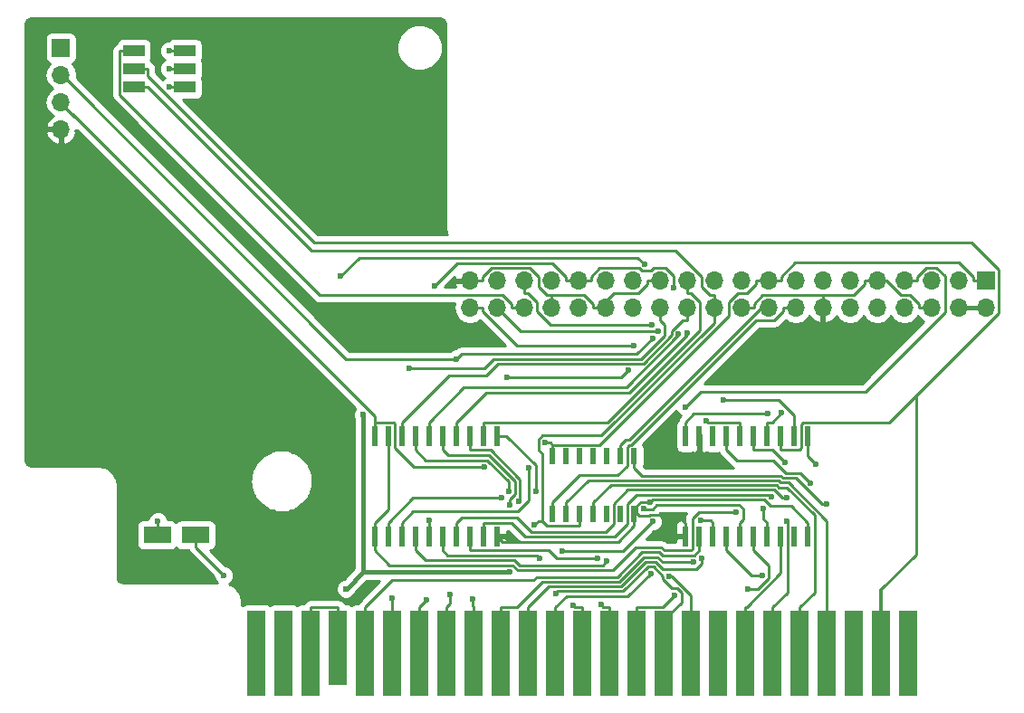
<source format=gbr>
G04 #@! TF.FileFunction,Copper,L1,Top,Mixed*
%FSLAX46Y46*%
G04 Gerber Fmt 4.6, Leading zero omitted, Abs format (unit mm)*
G04 Created by KiCad (PCBNEW 4.0.7) date 01/15/20 01:12:04*
%MOMM*%
%LPD*%
G01*
G04 APERTURE LIST*
%ADD10C,0.100000*%
%ADD11R,2.600000X1.600000*%
%ADD12R,2.000000X1.100000*%
%ADD13R,0.600000X1.950000*%
%ADD14R,0.600000X1.500000*%
%ADD15R,1.700000X1.700000*%
%ADD16O,1.700000X1.700000*%
%ADD17R,1.800000X8.000000*%
%ADD18R,1.800000X7.000000*%
%ADD19C,0.600000*%
%ADD20C,0.250000*%
%ADD21C,0.400000*%
%ADD22C,0.254000*%
G04 APERTURE END LIST*
D10*
D11*
X117707000Y-98742500D03*
X121307000Y-98742500D03*
D12*
X115520000Y-53418000D03*
X115520000Y-55118000D03*
X115520000Y-56818000D03*
X120320000Y-56818000D03*
X120320000Y-55118000D03*
X120320000Y-53418000D03*
D13*
X138049000Y-98871500D03*
X139319000Y-98871500D03*
X140589000Y-98871500D03*
X141859000Y-98871500D03*
X143129000Y-98871500D03*
X144399000Y-98871500D03*
X145669000Y-98871500D03*
X146939000Y-98871500D03*
X148209000Y-98871500D03*
X149479000Y-98871500D03*
X149479000Y-89471500D03*
X148209000Y-89471500D03*
X146939000Y-89471500D03*
X145669000Y-89471500D03*
X144399000Y-89471500D03*
X143129000Y-89471500D03*
X141859000Y-89471500D03*
X140589000Y-89471500D03*
X139319000Y-89471500D03*
X138049000Y-89471500D03*
D14*
X154686000Y-96776500D03*
X155956000Y-96776500D03*
X157226000Y-96776500D03*
X158496000Y-96776500D03*
X159766000Y-96776500D03*
X161036000Y-96776500D03*
X162306000Y-96776500D03*
X162306000Y-91376500D03*
X161036000Y-91376500D03*
X159766000Y-91376500D03*
X158496000Y-91376500D03*
X157226000Y-91376500D03*
X155956000Y-91376500D03*
X154686000Y-91376500D03*
D13*
X167132000Y-98871500D03*
X168402000Y-98871500D03*
X169672000Y-98871500D03*
X170942000Y-98871500D03*
X172212000Y-98871500D03*
X173482000Y-98871500D03*
X174752000Y-98871500D03*
X176022000Y-98871500D03*
X177292000Y-98871500D03*
X178562000Y-98871500D03*
X178562000Y-89471500D03*
X177292000Y-89471500D03*
X176022000Y-89471500D03*
X174752000Y-89471500D03*
X173482000Y-89471500D03*
X172212000Y-89471500D03*
X170942000Y-89471500D03*
X169672000Y-89471500D03*
X168402000Y-89471500D03*
X167132000Y-89471500D03*
D15*
X195199000Y-74930000D03*
D16*
X195199000Y-77470000D03*
X192659000Y-74930000D03*
X192659000Y-77470000D03*
X190119000Y-74930000D03*
X190119000Y-77470000D03*
X187579000Y-74930000D03*
X187579000Y-77470000D03*
X185039000Y-74930000D03*
X185039000Y-77470000D03*
X182499000Y-74930000D03*
X182499000Y-77470000D03*
X179959000Y-74930000D03*
X179959000Y-77470000D03*
X177419000Y-74930000D03*
X177419000Y-77470000D03*
X174879000Y-74930000D03*
X174879000Y-77470000D03*
X172339000Y-74930000D03*
X172339000Y-77470000D03*
X169799000Y-74930000D03*
X169799000Y-77470000D03*
X167259000Y-74930000D03*
X167259000Y-77470000D03*
X164719000Y-74930000D03*
X164719000Y-77470000D03*
X162179000Y-74930000D03*
X162179000Y-77470000D03*
X159639000Y-74930000D03*
X159639000Y-77470000D03*
X157099000Y-74930000D03*
X157099000Y-77470000D03*
X154559000Y-74930000D03*
X154559000Y-77470000D03*
X152019000Y-74930000D03*
X152019000Y-77470000D03*
X149479000Y-74930000D03*
X149479000Y-77470000D03*
X146939000Y-74930000D03*
X146939000Y-77470000D03*
D17*
X187972840Y-109799440D03*
X185432840Y-109799440D03*
X182892840Y-109799440D03*
X180352840Y-109799440D03*
X177812840Y-109799440D03*
X175272840Y-109799440D03*
X172732840Y-109799440D03*
X170192840Y-109799440D03*
X167652840Y-109799440D03*
X165112840Y-109799440D03*
X162572840Y-109799440D03*
X160032840Y-109799440D03*
X157492840Y-109799440D03*
X154952840Y-109799440D03*
X152412840Y-109799440D03*
X149872840Y-109799440D03*
X147332840Y-109799440D03*
X144792840Y-109799440D03*
X142252840Y-109799440D03*
X139712840Y-109799440D03*
X137172840Y-109799440D03*
D18*
X134627760Y-109306680D03*
D17*
X132092840Y-109799440D03*
X129552840Y-109799440D03*
X127012840Y-109799440D03*
D15*
X108712000Y-53149500D03*
D16*
X108712000Y-55689500D03*
X108712000Y-58229500D03*
X108712000Y-60769500D03*
D19*
X163762400Y-92026300D03*
X163762400Y-95683500D03*
X135358900Y-103769000D03*
X136977800Y-87458300D03*
X150716100Y-102209500D03*
X145724600Y-82242900D03*
X164022500Y-80324200D03*
X167147800Y-86735200D03*
X165971100Y-75587800D03*
X143615900Y-75399300D03*
X141279000Y-83117500D03*
X161798400Y-83318500D03*
X150414400Y-83991900D03*
X180298800Y-95840800D03*
X178788200Y-93860400D03*
X176428100Y-91931300D03*
X176576100Y-97414200D03*
X172962400Y-103779400D03*
X179312900Y-92132900D03*
X159727800Y-101194000D03*
X165615200Y-102588200D03*
X153097900Y-94667300D03*
X158927500Y-100914300D03*
X154965100Y-104191400D03*
X153466200Y-100885600D03*
X166113800Y-104345800D03*
X150575000Y-94667300D03*
X159224900Y-105269600D03*
X149920700Y-95279100D03*
X151518000Y-95567900D03*
X156573100Y-105290400D03*
X150694200Y-95918000D03*
X155604200Y-100221500D03*
X164034200Y-97471300D03*
X163853500Y-102312100D03*
X168657200Y-100903400D03*
X167860000Y-101254100D03*
X147212800Y-104707900D03*
X145099500Y-104274300D03*
X142886600Y-104843100D03*
X139637400Y-104602100D03*
X148274300Y-92357900D03*
X153981200Y-90063300D03*
X174840400Y-87399100D03*
X175133500Y-95154300D03*
X152470200Y-92459800D03*
X143129000Y-97316800D03*
X176596800Y-95249500D03*
X174260000Y-102479500D03*
X174402700Y-96290600D03*
X163261300Y-73366300D03*
X134873800Y-74516200D03*
X176102100Y-87264700D03*
X164011000Y-79073500D03*
X168519700Y-97348400D03*
X163209700Y-96263900D03*
X123943800Y-102504600D03*
X118815800Y-56818000D03*
X118807100Y-55118000D03*
X118817300Y-53418000D03*
X152997000Y-97817900D03*
X162287800Y-81044500D03*
X169083400Y-88041900D03*
X171888600Y-96553300D03*
X117774400Y-97428600D03*
X167266200Y-79866600D03*
X166465800Y-79898700D03*
X164529200Y-79698900D03*
X170658300Y-86111300D03*
D20*
X190119000Y-77470000D02*
X188943700Y-77470000D01*
X185039000Y-74930000D02*
X185916700Y-74930000D01*
X187281400Y-76294700D02*
X185916700Y-74930000D01*
X188135800Y-76294700D02*
X187281400Y-76294700D01*
X188943700Y-77102600D02*
X188135800Y-76294700D01*
X188943700Y-77470000D02*
X188943700Y-77102600D01*
X167132000Y-98871500D02*
X167132000Y-97571200D01*
X168402000Y-89471500D02*
X168402000Y-90771800D01*
X178562000Y-98871500D02*
X178562000Y-97571200D01*
X167147500Y-92026300D02*
X163762400Y-92026300D01*
X168402000Y-90771800D02*
X167147500Y-92026300D01*
X166369700Y-96808900D02*
X167132000Y-97571200D01*
X163812000Y-96808900D02*
X166369700Y-96808900D01*
X163718200Y-96902700D02*
X163812000Y-96808900D01*
X162762200Y-96902700D02*
X163718200Y-96902700D01*
X162574600Y-96715100D02*
X162762200Y-96902700D01*
X163717500Y-95638600D02*
X163762400Y-95683500D01*
X162919500Y-95638600D02*
X163717500Y-95638600D01*
X162574600Y-95983500D02*
X162919500Y-95638600D01*
X162574600Y-96715100D02*
X162574600Y-95983500D01*
X177020600Y-96029800D02*
X178562000Y-97571200D01*
X175087100Y-96029800D02*
X177020600Y-96029800D01*
X174477500Y-95420200D02*
X175087100Y-96029800D01*
X164025700Y-95420200D02*
X174477500Y-95420200D01*
X163762400Y-95683500D02*
X164025700Y-95420200D01*
X162513200Y-96776500D02*
X162574600Y-96715100D01*
X162306000Y-96776500D02*
X162513200Y-96776500D01*
X162306000Y-96776500D02*
X162306000Y-97851800D01*
X154191600Y-76294700D02*
X154559000Y-76294700D01*
X153383700Y-75486800D02*
X154191600Y-76294700D01*
X153383700Y-74555600D02*
X153383700Y-75486800D01*
X152552000Y-73723900D02*
X153383700Y-74555600D01*
X148953100Y-73723900D02*
X152552000Y-73723900D01*
X148114300Y-74562700D02*
X148953100Y-73723900D01*
X148114300Y-74930000D02*
X148114300Y-74562700D01*
X146939000Y-74930000D02*
X148114300Y-74930000D01*
X154559000Y-77470000D02*
X154559000Y-76407300D01*
X154559000Y-76407300D02*
X154559000Y-76294700D01*
X158463700Y-77102600D02*
X158463700Y-77470000D01*
X157655800Y-76294700D02*
X158463700Y-77102600D01*
X154559000Y-76294700D02*
X157655800Y-76294700D01*
X159639000Y-77470000D02*
X159051400Y-77470000D01*
X159051400Y-77470000D02*
X158463700Y-77470000D01*
X163543700Y-75297400D02*
X163543700Y-74930000D01*
X162735800Y-76105300D02*
X163543700Y-75297400D01*
X160416100Y-76105300D02*
X162735800Y-76105300D01*
X159051400Y-77470000D02*
X160416100Y-76105300D01*
X164719000Y-74930000D02*
X163543700Y-74930000D01*
X149963500Y-99356000D02*
X149479000Y-98871500D01*
X160801800Y-99356000D02*
X149963500Y-99356000D01*
X162306000Y-97851800D02*
X160801800Y-99356000D01*
X185039000Y-74930000D02*
X183863700Y-74930000D01*
X172339000Y-77470000D02*
X173514300Y-77470000D01*
X179959000Y-77470000D02*
X179959000Y-76294700D01*
X183863700Y-75297400D02*
X183863700Y-74930000D01*
X182866400Y-76294700D02*
X183863700Y-75297400D01*
X179959000Y-76294700D02*
X182866400Y-76294700D01*
X174322300Y-76294700D02*
X179959000Y-76294700D01*
X173514300Y-77102700D02*
X174322300Y-76294700D01*
X173514300Y-77470000D02*
X173514300Y-77102700D01*
D21*
X192659000Y-77470000D02*
X193909300Y-77470000D01*
X195199000Y-77470000D02*
X193909300Y-77470000D01*
X136977800Y-102209500D02*
X150716100Y-102209500D01*
X136977800Y-87458300D02*
X136977800Y-102209500D01*
X135418300Y-103769000D02*
X135358900Y-103769000D01*
X136977800Y-102209500D02*
X135418300Y-103769000D01*
D20*
X135361200Y-82242900D02*
X145724600Y-82242900D01*
X108744300Y-55626000D02*
X135361200Y-82242900D01*
X162554200Y-81792500D02*
X164022500Y-80324200D01*
X146175000Y-81792500D02*
X162554200Y-81792500D01*
X145724600Y-82242900D02*
X146175000Y-81792500D01*
X168546900Y-85336100D02*
X167147800Y-86735200D01*
X183919800Y-85336100D02*
X168546900Y-85336100D01*
X191389000Y-77866900D02*
X183919800Y-85336100D01*
X191389000Y-74493100D02*
X191389000Y-77866900D01*
X190595500Y-73699600D02*
X191389000Y-74493100D01*
X189617400Y-73699600D02*
X190595500Y-73699600D01*
X188754300Y-74562700D02*
X189617400Y-73699600D01*
X188754300Y-74930000D02*
X188754300Y-74562700D01*
X187579000Y-74930000D02*
X188754300Y-74930000D01*
X157686700Y-74930000D02*
X158274300Y-74930000D01*
X157099000Y-74930000D02*
X157686700Y-74930000D01*
X157099000Y-74930000D02*
X155923700Y-74930000D01*
X165971100Y-74491400D02*
X165971100Y-75587800D01*
X165234400Y-73754700D02*
X165971100Y-74491400D01*
X164100600Y-73754700D02*
X165234400Y-73754700D01*
X163863700Y-73991600D02*
X164100600Y-73754700D01*
X163002300Y-73991600D02*
X163863700Y-73991600D01*
X162765400Y-73754700D02*
X163002300Y-73991600D01*
X159082300Y-73754700D02*
X162765400Y-73754700D01*
X158274300Y-74562700D02*
X159082300Y-73754700D01*
X158274300Y-74930000D02*
X158274300Y-74562700D01*
X155923700Y-74562700D02*
X155923700Y-74930000D01*
X154633600Y-73272600D02*
X155923700Y-74562700D01*
X145742600Y-73272600D02*
X154633600Y-73272600D01*
X143615900Y-75399300D02*
X145742600Y-73272600D01*
X164719000Y-77470000D02*
X164719000Y-78645300D01*
X148298200Y-83117500D02*
X141279000Y-83117500D01*
X149172800Y-82242900D02*
X148298200Y-83117500D01*
X162988200Y-82242900D02*
X149172800Y-82242900D01*
X165154500Y-80076600D02*
X162988200Y-82242900D01*
X165154500Y-79080800D02*
X165154500Y-80076600D01*
X164719000Y-78645300D02*
X165154500Y-79080800D01*
X161125000Y-83991900D02*
X150414400Y-83991900D01*
X161798400Y-83318500D02*
X161125000Y-83991900D01*
X162306000Y-91376500D02*
X162306000Y-92451800D01*
X179884300Y-95840800D02*
X180298800Y-95840800D01*
X177433600Y-93390100D02*
X179884300Y-95840800D01*
X176224500Y-93390100D02*
X177433600Y-93390100D01*
X175999300Y-93164900D02*
X176224500Y-93390100D01*
X163019100Y-93164900D02*
X175999300Y-93164900D01*
X162306000Y-92451800D02*
X163019100Y-93164900D01*
X180352800Y-109799400D02*
X180352800Y-105474100D01*
X155956000Y-96776500D02*
X155956000Y-95701200D01*
X180352800Y-97399800D02*
X180352800Y-105474100D01*
X176793400Y-93840400D02*
X180352800Y-97399800D01*
X176037900Y-93840400D02*
X176793400Y-93840400D01*
X175812700Y-93615200D02*
X176037900Y-93840400D01*
X158042000Y-93615200D02*
X175812700Y-93615200D01*
X155956000Y-95701200D02*
X158042000Y-93615200D01*
X177812800Y-109799400D02*
X177812800Y-105474100D01*
X158496000Y-96776500D02*
X158496000Y-95701200D01*
X179187900Y-104099000D02*
X177812800Y-105474100D01*
X179187900Y-96871800D02*
X179187900Y-104099000D01*
X176606800Y-94290700D02*
X179187900Y-96871800D01*
X175851300Y-94290700D02*
X176606800Y-94290700D01*
X175626100Y-94065500D02*
X175851300Y-94290700D01*
X160131700Y-94065500D02*
X175626100Y-94065500D01*
X158496000Y-95701200D02*
X160131700Y-94065500D01*
X170942000Y-89471500D02*
X170942000Y-90771800D01*
X171913400Y-91743200D02*
X170942000Y-90771800D01*
X175327200Y-91743200D02*
X171913400Y-91743200D01*
X176523800Y-92939800D02*
X175327200Y-91743200D01*
X177867600Y-92939800D02*
X176523800Y-92939800D01*
X178788200Y-93860400D02*
X177867600Y-92939800D01*
X175272800Y-109799400D02*
X175272800Y-105474100D01*
X173482000Y-89471500D02*
X173482000Y-90771800D01*
X176647400Y-97485500D02*
X176576100Y-97414200D01*
X176647400Y-104099500D02*
X176647400Y-97485500D01*
X175272800Y-105474100D02*
X176647400Y-104099500D01*
X175268600Y-90771800D02*
X176428100Y-91931300D01*
X173482000Y-90771800D02*
X175268600Y-90771800D01*
X173482000Y-98871500D02*
X173482000Y-100171800D01*
X173865300Y-103779400D02*
X172962400Y-103779400D01*
X174885500Y-102759200D02*
X173865300Y-103779400D01*
X174885500Y-101575300D02*
X174885500Y-102759200D01*
X173482000Y-100171800D02*
X174885500Y-101575300D01*
X176022000Y-102287700D02*
X176022000Y-98871500D01*
X172835600Y-105474100D02*
X176022000Y-102287700D01*
X172732800Y-105474100D02*
X172835600Y-105474100D01*
X172732800Y-109799400D02*
X172732800Y-105474100D01*
X178562000Y-91382000D02*
X179312900Y-92132900D01*
X178562000Y-89471500D02*
X178562000Y-91382000D01*
X141859000Y-98871500D02*
X141859000Y-100171800D01*
X142788500Y-101101300D02*
X141859000Y-100171800D01*
X151129200Y-101101300D02*
X142788500Y-101101300D01*
X151589800Y-101561900D02*
X151129200Y-101101300D01*
X159359900Y-101561900D02*
X151589800Y-101561900D01*
X159727800Y-101194000D02*
X159359900Y-101561900D01*
X165877500Y-102588200D02*
X165615200Y-102588200D01*
X167652800Y-104363500D02*
X165877500Y-102588200D01*
X167652800Y-109799400D02*
X167652800Y-104363500D01*
X153097900Y-92192400D02*
X153097900Y-94667300D01*
X150377000Y-89471500D02*
X153097900Y-92192400D01*
X149479000Y-89471500D02*
X150377000Y-89471500D01*
X146939000Y-98871500D02*
X146939000Y-100171800D01*
X155041000Y-100914300D02*
X158927500Y-100914300D01*
X154298500Y-100171800D02*
X155041000Y-100914300D01*
X146939000Y-100171800D02*
X154298500Y-100171800D01*
X144399000Y-98871500D02*
X144399000Y-100171800D01*
X155157500Y-103999000D02*
X154965100Y-104191400D01*
X161282300Y-103999000D02*
X155157500Y-103999000D01*
X163594500Y-101686800D02*
X161282300Y-103999000D01*
X164112600Y-101686800D02*
X163594500Y-101686800D01*
X164989800Y-102564000D02*
X164112600Y-101686800D01*
X164989800Y-102873000D02*
X164989800Y-102564000D01*
X165796000Y-103679200D02*
X164989800Y-102873000D01*
X166331600Y-103679200D02*
X165796000Y-103679200D01*
X166739100Y-104086700D02*
X166331600Y-103679200D01*
X166739100Y-105075200D02*
X166739100Y-104086700D01*
X165112800Y-106701500D02*
X166739100Y-105075200D01*
X165112800Y-109799400D02*
X165112800Y-106701500D01*
X144878200Y-100651000D02*
X144399000Y-100171800D01*
X153231600Y-100651000D02*
X144878200Y-100651000D01*
X153466200Y-100885600D02*
X153231600Y-100651000D01*
X162572800Y-109799400D02*
X162572800Y-105474100D01*
X164985500Y-105474100D02*
X166113800Y-104345800D01*
X162572800Y-105474100D02*
X164985500Y-105474100D01*
X141859000Y-89471500D02*
X141859000Y-90771800D01*
X150575000Y-93725300D02*
X150575000Y-94667300D01*
X148582300Y-91732600D02*
X150575000Y-93725300D01*
X142819800Y-91732600D02*
X148582300Y-91732600D01*
X141859000Y-90771800D02*
X142819800Y-91732600D01*
X139319000Y-98871500D02*
X139319000Y-97571200D01*
X160032800Y-109799400D02*
X160032800Y-105474100D01*
X159429400Y-105474100D02*
X159224900Y-105269600D01*
X160032800Y-105474100D02*
X159429400Y-105474100D01*
X141611100Y-95279100D02*
X149920700Y-95279100D01*
X139319000Y-97571200D02*
X141611100Y-95279100D01*
X146939000Y-89471500D02*
X146939000Y-90771800D01*
X151650600Y-95435300D02*
X151518000Y-95567900D01*
X151650600Y-93525200D02*
X151650600Y-95435300D01*
X148897200Y-90771800D02*
X151650600Y-93525200D01*
X146939000Y-90771800D02*
X148897200Y-90771800D01*
X144399000Y-89471500D02*
X144399000Y-90771800D01*
X157492800Y-109799400D02*
X157492800Y-105474100D01*
X156756800Y-105474100D02*
X156573100Y-105290400D01*
X157492800Y-105474100D02*
X156756800Y-105474100D01*
X150694200Y-95432500D02*
X150694200Y-95918000D01*
X151200300Y-94926400D02*
X150694200Y-95432500D01*
X151200300Y-93711800D02*
X151200300Y-94926400D01*
X148770800Y-91282300D02*
X151200300Y-93711800D01*
X144909500Y-91282300D02*
X148770800Y-91282300D01*
X144399000Y-90771800D02*
X144909500Y-91282300D01*
X161284000Y-100221500D02*
X155604200Y-100221500D01*
X164034200Y-97471300D02*
X161284000Y-100221500D01*
X155977500Y-104449400D02*
X154952800Y-105474100D01*
X161716200Y-104449400D02*
X155977500Y-104449400D01*
X163853500Y-102312100D02*
X161716200Y-104449400D01*
X154952800Y-109799400D02*
X154952800Y-105474100D01*
X152412800Y-109799400D02*
X152412800Y-105474100D01*
X154338200Y-103548700D02*
X152412800Y-105474100D01*
X161095700Y-103548700D02*
X154338200Y-103548700D01*
X163407900Y-101236500D02*
X161095700Y-103548700D01*
X164299200Y-101236500D02*
X163407900Y-101236500D01*
X164989600Y-101926900D02*
X164299200Y-101236500D01*
X168119400Y-101926900D02*
X164989600Y-101926900D01*
X168657200Y-101389100D02*
X168119400Y-101926900D01*
X168657200Y-100903400D02*
X168657200Y-101389100D01*
X149872800Y-109799400D02*
X149872800Y-105474100D01*
X151322300Y-105474100D02*
X149872800Y-105474100D01*
X153698000Y-103098400D02*
X151322300Y-105474100D01*
X160909100Y-103098400D02*
X153698000Y-103098400D01*
X163221300Y-100786200D02*
X160909100Y-103098400D01*
X164485800Y-100786200D02*
X163221300Y-100786200D01*
X164953700Y-101254100D02*
X164485800Y-100786200D01*
X167860000Y-101254100D02*
X164953700Y-101254100D01*
X147332800Y-109799400D02*
X147332800Y-105474100D01*
X147212800Y-105354100D02*
X147212800Y-104707900D01*
X147332800Y-105474100D02*
X147212800Y-105354100D01*
X144792800Y-109799400D02*
X144792800Y-105474100D01*
X145099500Y-105167400D02*
X145099500Y-104274300D01*
X144792800Y-105474100D02*
X145099500Y-105167400D01*
X142252800Y-109799400D02*
X142252800Y-105474100D01*
X142255600Y-105474100D02*
X142886600Y-104843100D01*
X142252800Y-105474100D02*
X142255600Y-105474100D01*
X139712800Y-104677500D02*
X139637400Y-104602100D01*
X139712800Y-109799400D02*
X139712800Y-104677500D01*
X137172800Y-109799400D02*
X137172800Y-105474100D01*
X168402000Y-98871500D02*
X168402000Y-100171800D01*
X139680600Y-102966300D02*
X137172800Y-105474100D01*
X152875000Y-102966300D02*
X139680600Y-102966300D01*
X153193300Y-102648000D02*
X152875000Y-102966300D01*
X160722600Y-102648000D02*
X153193300Y-102648000D01*
X163034700Y-100335900D02*
X160722600Y-102648000D01*
X164672400Y-100335900D02*
X163034700Y-100335900D01*
X164965200Y-100628700D02*
X164672400Y-100335900D01*
X167945100Y-100628700D02*
X164965200Y-100628700D01*
X168402000Y-100171800D02*
X167945100Y-100628700D01*
X108712000Y-58229500D02*
X108712000Y-58356500D01*
X108712000Y-58356500D02*
X109918500Y-59563000D01*
X109918500Y-59563000D02*
X109918500Y-59514600D01*
X138049000Y-89471500D02*
X138049000Y-88283800D01*
X195199000Y-74930000D02*
X194023700Y-74930000D01*
X194023700Y-74562700D02*
X194023700Y-74930000D01*
X192710200Y-73249200D02*
X194023700Y-74562700D01*
X177367700Y-73249200D02*
X192710200Y-73249200D01*
X176054300Y-74562600D02*
X177367700Y-73249200D01*
X176054300Y-74930000D02*
X176054300Y-74562600D01*
X175466700Y-74930000D02*
X176054300Y-74930000D01*
X175466700Y-74930000D02*
X174879000Y-74930000D01*
X141715400Y-92357900D02*
X148274300Y-92357900D01*
X139944400Y-90586900D02*
X141715400Y-92357900D01*
X139944400Y-88289500D02*
X139944400Y-90586900D01*
X139826000Y-88171100D02*
X139944400Y-88289500D01*
X138049000Y-88171100D02*
X139826000Y-88171100D01*
X138049000Y-88283800D02*
X138049000Y-88171100D01*
X138049000Y-87645100D02*
X109918500Y-59514600D01*
X109918500Y-59514600D02*
X109745200Y-59341300D01*
X138049000Y-88171100D02*
X138049000Y-87645100D01*
X154686000Y-91376500D02*
X154686000Y-90413800D01*
X174879000Y-74930000D02*
X173703700Y-74930000D01*
X154448200Y-90063300D02*
X154686000Y-90301100D01*
X153981200Y-90063300D02*
X154448200Y-90063300D01*
X154686000Y-90413800D02*
X154686000Y-90301100D01*
X159051200Y-90301100D02*
X154686000Y-90301100D01*
X171163600Y-78188700D02*
X159051200Y-90301100D01*
X171163600Y-76980600D02*
X171163600Y-78188700D01*
X172038900Y-76105300D02*
X171163600Y-76980600D01*
X172895800Y-76105300D02*
X172038900Y-76105300D01*
X173703700Y-75297400D02*
X172895800Y-76105300D01*
X173703700Y-74930000D02*
X173703700Y-75297400D01*
X167132000Y-89471500D02*
X167132000Y-88171200D01*
X167904100Y-87399100D02*
X174840400Y-87399100D01*
X167132000Y-88171200D02*
X167904100Y-87399100D01*
X167259000Y-77470000D02*
X167259000Y-78645300D01*
X140589000Y-89471500D02*
X140589000Y-88171200D01*
X166829700Y-78645300D02*
X167259000Y-78645300D01*
X165840500Y-79634500D02*
X166829700Y-78645300D01*
X165840500Y-80027500D02*
X165840500Y-79634500D01*
X163174800Y-82693200D02*
X165840500Y-80027500D01*
X149584300Y-82693200D02*
X163174800Y-82693200D01*
X148484600Y-83792900D02*
X149584300Y-82693200D01*
X144967300Y-83792900D02*
X148484600Y-83792900D01*
X140589000Y-88171200D02*
X144967300Y-83792900D01*
X159846100Y-88171200D02*
X148209000Y-88171200D01*
X168449300Y-79568000D02*
X159846100Y-88171200D01*
X168449300Y-76928300D02*
X168449300Y-79568000D01*
X167626300Y-76105300D02*
X168449300Y-76928300D01*
X167259000Y-76105300D02*
X167626300Y-76105300D01*
X167259000Y-74930000D02*
X167259000Y-76105300D01*
X148209000Y-89471500D02*
X148209000Y-88171200D01*
X148209000Y-98871500D02*
X148209000Y-97571200D01*
X174945400Y-94966200D02*
X175133500Y-95154300D01*
X162549600Y-94966200D02*
X174945400Y-94966200D01*
X161669000Y-95846800D02*
X162549600Y-94966200D01*
X161669000Y-97717000D02*
X161669000Y-95846800D01*
X160480400Y-98905600D02*
X161669000Y-97717000D01*
X152160500Y-98905600D02*
X160480400Y-98905600D01*
X150826100Y-97571200D02*
X152160500Y-98905600D01*
X148209000Y-97571200D02*
X150826100Y-97571200D01*
X140589000Y-98871500D02*
X140589000Y-97571200D01*
X152470200Y-95500100D02*
X152470200Y-92459800D01*
X151427000Y-96543300D02*
X152470200Y-95500100D01*
X141616900Y-96543300D02*
X151427000Y-96543300D01*
X140589000Y-97571200D02*
X141616900Y-96543300D01*
X143129000Y-97316800D02*
X143129000Y-98871500D01*
X145669000Y-98871500D02*
X145669000Y-97571200D01*
X146170100Y-97070100D02*
X145669000Y-97571200D01*
X151364900Y-97070100D02*
X146170100Y-97070100D01*
X152742300Y-98447500D02*
X151364900Y-97070100D01*
X159676300Y-98447500D02*
X152742300Y-98447500D01*
X160410600Y-97713200D02*
X159676300Y-98447500D01*
X160410600Y-95825000D02*
X160410600Y-97713200D01*
X161719800Y-94515800D02*
X160410600Y-95825000D01*
X175439500Y-94515800D02*
X161719800Y-94515800D01*
X176173200Y-95249500D02*
X175439500Y-94515800D01*
X176596800Y-95249500D02*
X176173200Y-95249500D01*
X188670100Y-85673100D02*
X188670100Y-100572400D01*
X185432840Y-103809660D02*
X185432840Y-109799440D01*
X188670100Y-100572400D02*
X185432840Y-103809660D01*
X179743300Y-88171200D02*
X186148800Y-88171200D01*
X186222300Y-88097700D02*
X186245500Y-88097700D01*
X186148800Y-88171200D02*
X186222300Y-88097700D01*
X185293000Y-103822500D02*
X185293000Y-109659600D01*
X185293000Y-109659600D02*
X185432840Y-109799440D01*
X185293000Y-103822500D02*
X185293000Y-103949500D01*
X176022000Y-89471500D02*
X176022000Y-90771800D01*
X115520000Y-55118000D02*
X116845300Y-55118000D01*
X178127200Y-88171200D02*
X179743300Y-88171200D01*
X177936700Y-88361700D02*
X178127200Y-88171200D01*
X177936700Y-90577300D02*
X177936700Y-88361700D01*
X177742200Y-90771800D02*
X177936700Y-90577300D01*
X176022000Y-90771800D02*
X177742200Y-90771800D01*
X116845300Y-55790600D02*
X116845300Y-55118000D01*
X132415500Y-71360800D02*
X116845300Y-55790600D01*
X193833100Y-71360800D02*
X132415500Y-71360800D01*
X196407900Y-73935600D02*
X193833100Y-71360800D01*
X196407900Y-77935300D02*
X196407900Y-73935600D01*
X186245500Y-88097700D02*
X188670100Y-85673100D01*
X188670100Y-85673100D02*
X196407900Y-77935300D01*
X134620500Y-105474100D02*
X134627800Y-105481400D01*
X132092800Y-105474100D02*
X134620500Y-105474100D01*
X132092800Y-109799400D02*
X132092800Y-105474100D01*
X134627800Y-109306700D02*
X134627800Y-105481400D01*
X170942000Y-98871500D02*
X170942000Y-100171800D01*
X173249700Y-102479500D02*
X170942000Y-100171800D01*
X174260000Y-102479500D02*
X173249700Y-102479500D01*
X174752000Y-98871500D02*
X174752000Y-97571200D01*
X174402700Y-97221900D02*
X174402700Y-96290600D01*
X174752000Y-97571200D02*
X174402700Y-97221900D01*
X136627800Y-72762200D02*
X134873800Y-74516200D01*
X162657200Y-72762200D02*
X136627800Y-72762200D01*
X163261300Y-73366300D02*
X162657200Y-72762200D01*
X174752000Y-89471500D02*
X174752000Y-88171200D01*
X175195600Y-88171200D02*
X174752000Y-88171200D01*
X176102100Y-87264700D02*
X175195600Y-88171200D01*
X176243700Y-77837400D02*
X176243700Y-77470000D01*
X175435800Y-78645300D02*
X176243700Y-77837400D01*
X173703700Y-78645300D02*
X175435800Y-78645300D01*
X162047800Y-90301200D02*
X173703700Y-78645300D01*
X161859300Y-90301200D02*
X162047800Y-90301200D01*
X161671000Y-90489500D02*
X161859300Y-90301200D01*
X161671000Y-92251600D02*
X161671000Y-90489500D01*
X160767400Y-93155200D02*
X161671000Y-92251600D01*
X157232000Y-93155200D02*
X160767400Y-93155200D01*
X154686000Y-95701200D02*
X157232000Y-93155200D01*
X154686000Y-96776500D02*
X154686000Y-95701200D01*
X177419000Y-77470000D02*
X176243700Y-77470000D01*
X161036000Y-91376500D02*
X161036000Y-90301200D01*
X161486300Y-89850900D02*
X161036000Y-90301200D01*
X161861200Y-89850900D02*
X161486300Y-89850900D01*
X174242100Y-77470000D02*
X161861200Y-89850900D01*
X174879000Y-77470000D02*
X174242100Y-77470000D01*
X169449200Y-97348400D02*
X169672000Y-97571200D01*
X168519700Y-97348400D02*
X169449200Y-97348400D01*
X169672000Y-98871500D02*
X169672000Y-97571200D01*
X152019000Y-74930000D02*
X152019000Y-76105300D01*
X154481200Y-79073500D02*
X164011000Y-79073500D01*
X153194300Y-77786600D02*
X154481200Y-79073500D01*
X153194300Y-76913200D02*
X153194300Y-77786600D01*
X152386400Y-76105300D02*
X153194300Y-76913200D01*
X152019000Y-76105300D02*
X152386400Y-76105300D01*
X163254600Y-96308800D02*
X163209700Y-96263900D01*
X164021500Y-96308800D02*
X163254600Y-96308800D01*
X164416000Y-95914300D02*
X164021500Y-96308800D01*
X172134000Y-95914300D02*
X164416000Y-95914300D01*
X172513900Y-96294200D02*
X172134000Y-95914300D01*
X172513900Y-97269300D02*
X172513900Y-96294200D01*
X172212000Y-97571200D02*
X172513900Y-97269300D01*
X172212000Y-98871500D02*
X172212000Y-97571200D01*
X121307000Y-98742500D02*
X121307000Y-99867800D01*
X123943800Y-102504600D02*
X121307000Y-99867800D01*
X120320000Y-56818000D02*
X118994700Y-56818000D01*
X118994700Y-56818000D02*
X118815800Y-56818000D01*
X120320000Y-55118000D02*
X118994700Y-55118000D01*
X118994700Y-55118000D02*
X118807100Y-55118000D01*
X120320000Y-53418000D02*
X118994700Y-53418000D01*
X118994700Y-53418000D02*
X118817300Y-53418000D01*
X114194700Y-57552200D02*
X114194700Y-53418000D01*
X132937200Y-76294700D02*
X114194700Y-57552200D01*
X150035800Y-76294700D02*
X132937200Y-76294700D01*
X150843700Y-77102600D02*
X150035800Y-76294700D01*
X150843700Y-77470000D02*
X150843700Y-77102600D01*
X152019000Y-77470000D02*
X150843700Y-77470000D01*
X115520000Y-53418000D02*
X114194700Y-53418000D01*
X157226000Y-96776500D02*
X157226000Y-97851800D01*
X132154200Y-72126900D02*
X116845300Y-56818000D01*
X166158300Y-72126900D02*
X132154200Y-72126900D01*
X168623700Y-74592300D02*
X166158300Y-72126900D01*
X168623700Y-75486800D02*
X168623700Y-74592300D01*
X169431600Y-76294700D02*
X168623700Y-75486800D01*
X169799000Y-76294700D02*
X169431600Y-76294700D01*
X169799000Y-77470000D02*
X169799000Y-76294700D01*
X115520000Y-56818000D02*
X116845300Y-56818000D01*
X154176300Y-97851800D02*
X153754300Y-97429800D01*
X157226000Y-97851800D02*
X154176300Y-97851800D01*
X153385100Y-97429800D02*
X152997000Y-97817900D01*
X153754300Y-97429800D02*
X153385100Y-97429800D01*
X153754300Y-91143700D02*
X153754300Y-97429800D01*
X153355900Y-90745300D02*
X153754300Y-91143700D01*
X153355900Y-89804300D02*
X153355900Y-90745300D01*
X153759600Y-89400600D02*
X153355900Y-89804300D01*
X159254300Y-89400600D02*
X153759600Y-89400600D01*
X169799000Y-78855900D02*
X159254300Y-89400600D01*
X169799000Y-77470000D02*
X169799000Y-78855900D01*
X151321500Y-81044500D02*
X162287800Y-81044500D01*
X148114300Y-77837300D02*
X151321500Y-81044500D01*
X148114300Y-77470000D02*
X148114300Y-77837300D01*
X172212000Y-89471500D02*
X172212000Y-88171200D01*
X169212700Y-88171200D02*
X172212000Y-88171200D01*
X169083400Y-88041900D02*
X169212700Y-88171200D01*
X146939000Y-77470000D02*
X148114300Y-77470000D01*
X139319000Y-96301200D02*
X139319000Y-89471500D01*
X138049000Y-97571200D02*
X139319000Y-96301200D01*
X138049000Y-98871500D02*
X138049000Y-97571200D01*
X138049000Y-98871500D02*
X138049000Y-100171800D01*
X139428800Y-101551600D02*
X138049000Y-100171800D01*
X150942600Y-101551600D02*
X139428800Y-101551600D01*
X151403200Y-102012200D02*
X150942600Y-101551600D01*
X160354100Y-102012200D02*
X151403200Y-102012200D01*
X162480700Y-99885600D02*
X160354100Y-102012200D01*
X164859000Y-99885600D02*
X162480700Y-99885600D01*
X165145300Y-100171900D02*
X164859000Y-99885600D01*
X167635900Y-100171900D02*
X165145300Y-100171900D01*
X167765000Y-100042800D02*
X167635900Y-100171900D01*
X167765000Y-97186000D02*
X167765000Y-100042800D01*
X168397700Y-96553300D02*
X167765000Y-97186000D01*
X171888600Y-96553300D02*
X168397700Y-96553300D01*
X117707000Y-98742500D02*
X117707000Y-97617200D01*
X117774400Y-97549800D02*
X117774400Y-97428600D01*
X117707000Y-97617200D02*
X117774400Y-97549800D01*
X145669000Y-89471500D02*
X145669000Y-88171200D01*
X148452700Y-85387500D02*
X145669000Y-88171200D01*
X161869100Y-85387500D02*
X148452700Y-85387500D01*
X167266200Y-79990400D02*
X161869100Y-85387500D01*
X167266200Y-79866600D02*
X167266200Y-79990400D01*
X143129000Y-89471500D02*
X143129000Y-88171200D01*
X166465800Y-80039100D02*
X166465800Y-79898700D01*
X161567700Y-84937200D02*
X166465800Y-80039100D01*
X146363000Y-84937200D02*
X161567700Y-84937200D01*
X143129000Y-88171200D02*
X146363000Y-84937200D01*
X151707900Y-79698900D02*
X149479000Y-77470000D01*
X164529200Y-79698900D02*
X151707900Y-79698900D01*
X177292000Y-87545700D02*
X177292000Y-89471500D01*
X175857600Y-86111300D02*
X177292000Y-87545700D01*
X170658300Y-86111300D02*
X175857600Y-86111300D01*
D22*
G36*
X144368877Y-50412811D02*
X144504841Y-50503658D01*
X144595689Y-50639622D01*
X144641500Y-50869931D01*
X144641500Y-69850000D01*
X144655143Y-69918587D01*
X144655143Y-69988515D01*
X144742148Y-70425921D01*
X144780997Y-70519709D01*
X144814585Y-70600800D01*
X132730302Y-70600800D01*
X120144942Y-58015440D01*
X121320000Y-58015440D01*
X121555317Y-57971162D01*
X121771441Y-57832090D01*
X121916431Y-57619890D01*
X121967440Y-57368000D01*
X121967440Y-56268000D01*
X121923162Y-56032683D01*
X121882519Y-55969522D01*
X121916431Y-55919890D01*
X121967440Y-55668000D01*
X121967440Y-54568000D01*
X121923162Y-54332683D01*
X121882519Y-54269522D01*
X121916431Y-54219890D01*
X121967440Y-53968000D01*
X121967440Y-53551815D01*
X140112630Y-53551815D01*
X140436980Y-54336800D01*
X141037041Y-54937909D01*
X141821459Y-55263628D01*
X142670815Y-55264370D01*
X143455800Y-54940020D01*
X144056909Y-54339959D01*
X144382628Y-53555541D01*
X144383370Y-52706185D01*
X144059020Y-51921200D01*
X143458959Y-51320091D01*
X142674541Y-50994372D01*
X141825185Y-50993630D01*
X141040200Y-51317980D01*
X140439091Y-51918041D01*
X140113372Y-52702459D01*
X140112630Y-53551815D01*
X121967440Y-53551815D01*
X121967440Y-52868000D01*
X121923162Y-52632683D01*
X121784090Y-52416559D01*
X121571890Y-52271569D01*
X121320000Y-52220560D01*
X119320000Y-52220560D01*
X119084683Y-52264838D01*
X118868559Y-52403910D01*
X118814521Y-52482997D01*
X118632133Y-52482838D01*
X118288357Y-52624883D01*
X118025108Y-52887673D01*
X117882462Y-53231201D01*
X117882138Y-53603167D01*
X118024183Y-53946943D01*
X118286973Y-54210192D01*
X118421020Y-54265853D01*
X118278157Y-54324883D01*
X118014908Y-54587673D01*
X117872262Y-54931201D01*
X117871938Y-55303167D01*
X118013983Y-55646943D01*
X118276773Y-55910192D01*
X118420247Y-55969768D01*
X118286857Y-56024883D01*
X118220563Y-56091061D01*
X117605300Y-55475798D01*
X117605300Y-55118000D01*
X117547448Y-54827161D01*
X117382701Y-54580599D01*
X117139196Y-54417894D01*
X117123162Y-54332683D01*
X117082519Y-54269522D01*
X117116431Y-54219890D01*
X117167440Y-53968000D01*
X117167440Y-52868000D01*
X117123162Y-52632683D01*
X116984090Y-52416559D01*
X116771890Y-52271569D01*
X116520000Y-52220560D01*
X114520000Y-52220560D01*
X114284683Y-52264838D01*
X114068559Y-52403910D01*
X113923569Y-52616110D01*
X113903294Y-52716231D01*
X113657299Y-52880599D01*
X113492552Y-53127161D01*
X113434700Y-53418000D01*
X113434700Y-57552200D01*
X113492552Y-57843039D01*
X113657299Y-58089601D01*
X132399799Y-76832101D01*
X132646361Y-76996848D01*
X132937200Y-77054700D01*
X145530821Y-77054700D01*
X145454000Y-77440907D01*
X145454000Y-77499093D01*
X145567039Y-78067378D01*
X145888946Y-78549147D01*
X146370715Y-78871054D01*
X146939000Y-78984093D01*
X147507285Y-78871054D01*
X147846558Y-78644360D01*
X150234698Y-81032500D01*
X146175000Y-81032500D01*
X145884161Y-81090352D01*
X145637599Y-81255099D01*
X145584920Y-81307778D01*
X145539433Y-81307738D01*
X145195657Y-81449783D01*
X145162482Y-81482900D01*
X135676002Y-81482900D01*
X110169104Y-55976002D01*
X110226093Y-55689500D01*
X110113054Y-55121215D01*
X109791147Y-54639446D01*
X109749548Y-54611650D01*
X109797317Y-54602662D01*
X110013441Y-54463590D01*
X110158431Y-54251390D01*
X110209440Y-53999500D01*
X110209440Y-52299500D01*
X110165162Y-52064183D01*
X110026090Y-51848059D01*
X109813890Y-51703069D01*
X109562000Y-51652060D01*
X107862000Y-51652060D01*
X107626683Y-51696338D01*
X107410559Y-51835410D01*
X107265569Y-52047610D01*
X107214560Y-52299500D01*
X107214560Y-53999500D01*
X107258838Y-54234817D01*
X107397910Y-54450941D01*
X107610110Y-54595931D01*
X107677541Y-54609586D01*
X107632853Y-54639446D01*
X107310946Y-55121215D01*
X107197907Y-55689500D01*
X107310946Y-56257785D01*
X107632853Y-56739554D01*
X107962026Y-56959500D01*
X107632853Y-57179446D01*
X107310946Y-57661215D01*
X107197907Y-58229500D01*
X107310946Y-58797785D01*
X107632853Y-59279554D01*
X107973553Y-59507202D01*
X107830642Y-59574317D01*
X107440355Y-60002576D01*
X107270524Y-60412610D01*
X107391845Y-60642500D01*
X108585000Y-60642500D01*
X108585000Y-60622500D01*
X108839000Y-60622500D01*
X108839000Y-60642500D01*
X108859000Y-60642500D01*
X108859000Y-60896500D01*
X108839000Y-60896500D01*
X108839000Y-62090319D01*
X109068892Y-62210986D01*
X109593358Y-61964683D01*
X109983645Y-61536424D01*
X110153476Y-61126390D01*
X110032156Y-60896502D01*
X110197000Y-60896502D01*
X110197000Y-60867902D01*
X136221371Y-86892273D01*
X136185608Y-86927973D01*
X136042962Y-87271501D01*
X136042638Y-87643467D01*
X136142800Y-87885878D01*
X136142800Y-101863632D01*
X135171792Y-102834640D01*
X134829957Y-102975883D01*
X134566708Y-103238673D01*
X134424062Y-103582201D01*
X134423738Y-103954167D01*
X134565783Y-104297943D01*
X134828573Y-104561192D01*
X135172101Y-104703838D01*
X135544067Y-104704162D01*
X135887843Y-104562117D01*
X136151092Y-104299327D01*
X136209498Y-104158670D01*
X137323668Y-103044500D01*
X138527598Y-103044500D01*
X136635399Y-104936699D01*
X136491540Y-105152000D01*
X136272840Y-105152000D01*
X136037523Y-105196278D01*
X135894190Y-105288511D01*
X135779650Y-105210249D01*
X135527760Y-105159240D01*
X135309020Y-105159240D01*
X135165201Y-104943999D01*
X135157901Y-104936699D01*
X134911339Y-104771952D01*
X134620500Y-104714100D01*
X132092800Y-104714100D01*
X131801961Y-104771952D01*
X131555399Y-104936699D01*
X131411540Y-105152000D01*
X131192840Y-105152000D01*
X130957523Y-105196278D01*
X130822263Y-105283316D01*
X130704730Y-105203009D01*
X130452840Y-105152000D01*
X128652840Y-105152000D01*
X128417523Y-105196278D01*
X128282263Y-105283316D01*
X128164730Y-105203009D01*
X127912840Y-105152000D01*
X126112840Y-105152000D01*
X125877523Y-105196278D01*
X125661399Y-105335350D01*
X125652600Y-105348228D01*
X125652600Y-105041700D01*
X125638957Y-104973113D01*
X125638957Y-104903185D01*
X125551951Y-104465778D01*
X125445937Y-104209838D01*
X125198167Y-103839022D01*
X125002278Y-103643134D01*
X125002277Y-103643133D01*
X124631462Y-103395362D01*
X124495391Y-103339000D01*
X124434186Y-103313648D01*
X124472743Y-103297717D01*
X124735992Y-103034927D01*
X124878638Y-102691399D01*
X124878962Y-102319433D01*
X124736917Y-101975657D01*
X124474127Y-101712408D01*
X124130599Y-101569762D01*
X124083723Y-101569721D01*
X122688590Y-100174588D01*
X122842317Y-100145662D01*
X123058441Y-100006590D01*
X123203431Y-99794390D01*
X123254440Y-99542500D01*
X123254440Y-97942500D01*
X123210162Y-97707183D01*
X123071090Y-97491059D01*
X122858890Y-97346069D01*
X122607000Y-97295060D01*
X120007000Y-97295060D01*
X119771683Y-97339338D01*
X119555559Y-97478410D01*
X119507866Y-97548211D01*
X119471090Y-97491059D01*
X119258890Y-97346069D01*
X119007000Y-97295060D01*
X118709517Y-97295060D01*
X118709562Y-97243433D01*
X118567517Y-96899657D01*
X118304727Y-96636408D01*
X117961199Y-96493762D01*
X117589233Y-96493438D01*
X117245457Y-96635483D01*
X116982208Y-96898273D01*
X116839562Y-97241801D01*
X116839516Y-97295060D01*
X116407000Y-97295060D01*
X116171683Y-97339338D01*
X115955559Y-97478410D01*
X115810569Y-97690610D01*
X115759560Y-97942500D01*
X115759560Y-99542500D01*
X115803838Y-99777817D01*
X115942910Y-99993941D01*
X116155110Y-100138931D01*
X116407000Y-100189940D01*
X119007000Y-100189940D01*
X119242317Y-100145662D01*
X119458441Y-100006590D01*
X119506134Y-99936789D01*
X119542910Y-99993941D01*
X119755110Y-100138931D01*
X120007000Y-100189940D01*
X120625767Y-100189940D01*
X120769599Y-100405201D01*
X123008678Y-102644280D01*
X123008638Y-102689767D01*
X123150683Y-103033543D01*
X123304900Y-103188029D01*
X114497409Y-103176095D01*
X114266622Y-103130189D01*
X114130658Y-103039341D01*
X114039811Y-102903377D01*
X113994000Y-102673073D01*
X113994000Y-94100000D01*
X113980357Y-94031413D01*
X113980357Y-93968485D01*
X113924545Y-93687900D01*
X126414082Y-93687900D01*
X126471988Y-93979011D01*
X126471761Y-94238864D01*
X126571868Y-94481141D01*
X126636561Y-94806376D01*
X126819182Y-95079687D01*
X126910050Y-95299606D01*
X127079642Y-95469494D01*
X127270126Y-95754574D01*
X127552716Y-95943395D01*
X127720905Y-96111877D01*
X127942706Y-96203977D01*
X128218324Y-96388139D01*
X128540595Y-96452243D01*
X128780880Y-96552018D01*
X129043349Y-96552247D01*
X129336800Y-96610618D01*
X129627689Y-96552757D01*
X129928604Y-96553019D01*
X130209166Y-96437093D01*
X130455276Y-96388139D01*
X130662095Y-96249947D01*
X130989346Y-96114730D01*
X131242149Y-95862368D01*
X131403474Y-95754574D01*
X131510327Y-95594658D01*
X131801617Y-95303875D01*
X131960849Y-94920402D01*
X132037039Y-94806376D01*
X132063559Y-94673049D01*
X132241758Y-94243900D01*
X132242167Y-93775130D01*
X132259518Y-93687900D01*
X132242318Y-93601432D01*
X132242759Y-93096176D01*
X132048113Y-92625095D01*
X132037039Y-92569424D01*
X132005779Y-92522641D01*
X131804470Y-92035434D01*
X131428757Y-91659065D01*
X131403474Y-91621226D01*
X131365965Y-91596163D01*
X130993615Y-91223163D01*
X130502574Y-91019265D01*
X130455276Y-90987661D01*
X130399972Y-90976660D01*
X129933640Y-90783022D01*
X129424254Y-90782578D01*
X129336800Y-90765182D01*
X129250109Y-90782426D01*
X128785916Y-90782021D01*
X128353120Y-90960848D01*
X128218324Y-90987661D01*
X128105048Y-91063349D01*
X127725174Y-91220310D01*
X127431720Y-91513252D01*
X127270126Y-91621226D01*
X127163095Y-91781409D01*
X126912903Y-92031165D01*
X126776137Y-92360534D01*
X126636561Y-92569424D01*
X126587977Y-92813672D01*
X126472762Y-93091140D01*
X126472498Y-93394225D01*
X126414082Y-93687900D01*
X113924545Y-93687900D01*
X113893351Y-93531078D01*
X113787337Y-93275138D01*
X113539567Y-92904322D01*
X113343678Y-92708434D01*
X113343677Y-92708433D01*
X112972862Y-92460662D01*
X112818976Y-92396921D01*
X112716921Y-92354648D01*
X112279515Y-92267643D01*
X112209587Y-92267643D01*
X112141000Y-92254000D01*
X105924431Y-92254000D01*
X105694122Y-92208189D01*
X105558158Y-92117341D01*
X105467311Y-91981377D01*
X105421500Y-91751073D01*
X105421500Y-61126390D01*
X107270524Y-61126390D01*
X107440355Y-61536424D01*
X107830642Y-61964683D01*
X108355108Y-62210986D01*
X108585000Y-62090319D01*
X108585000Y-60896500D01*
X107391845Y-60896500D01*
X107270524Y-61126390D01*
X105421500Y-61126390D01*
X105421500Y-50869927D01*
X105467311Y-50639623D01*
X105558158Y-50503659D01*
X105694122Y-50412811D01*
X105924431Y-50367000D01*
X144138573Y-50367000D01*
X144368877Y-50412811D01*
X144368877Y-50412811D01*
G37*
X144368877Y-50412811D02*
X144504841Y-50503658D01*
X144595689Y-50639622D01*
X144641500Y-50869931D01*
X144641500Y-69850000D01*
X144655143Y-69918587D01*
X144655143Y-69988515D01*
X144742148Y-70425921D01*
X144780997Y-70519709D01*
X144814585Y-70600800D01*
X132730302Y-70600800D01*
X120144942Y-58015440D01*
X121320000Y-58015440D01*
X121555317Y-57971162D01*
X121771441Y-57832090D01*
X121916431Y-57619890D01*
X121967440Y-57368000D01*
X121967440Y-56268000D01*
X121923162Y-56032683D01*
X121882519Y-55969522D01*
X121916431Y-55919890D01*
X121967440Y-55668000D01*
X121967440Y-54568000D01*
X121923162Y-54332683D01*
X121882519Y-54269522D01*
X121916431Y-54219890D01*
X121967440Y-53968000D01*
X121967440Y-53551815D01*
X140112630Y-53551815D01*
X140436980Y-54336800D01*
X141037041Y-54937909D01*
X141821459Y-55263628D01*
X142670815Y-55264370D01*
X143455800Y-54940020D01*
X144056909Y-54339959D01*
X144382628Y-53555541D01*
X144383370Y-52706185D01*
X144059020Y-51921200D01*
X143458959Y-51320091D01*
X142674541Y-50994372D01*
X141825185Y-50993630D01*
X141040200Y-51317980D01*
X140439091Y-51918041D01*
X140113372Y-52702459D01*
X140112630Y-53551815D01*
X121967440Y-53551815D01*
X121967440Y-52868000D01*
X121923162Y-52632683D01*
X121784090Y-52416559D01*
X121571890Y-52271569D01*
X121320000Y-52220560D01*
X119320000Y-52220560D01*
X119084683Y-52264838D01*
X118868559Y-52403910D01*
X118814521Y-52482997D01*
X118632133Y-52482838D01*
X118288357Y-52624883D01*
X118025108Y-52887673D01*
X117882462Y-53231201D01*
X117882138Y-53603167D01*
X118024183Y-53946943D01*
X118286973Y-54210192D01*
X118421020Y-54265853D01*
X118278157Y-54324883D01*
X118014908Y-54587673D01*
X117872262Y-54931201D01*
X117871938Y-55303167D01*
X118013983Y-55646943D01*
X118276773Y-55910192D01*
X118420247Y-55969768D01*
X118286857Y-56024883D01*
X118220563Y-56091061D01*
X117605300Y-55475798D01*
X117605300Y-55118000D01*
X117547448Y-54827161D01*
X117382701Y-54580599D01*
X117139196Y-54417894D01*
X117123162Y-54332683D01*
X117082519Y-54269522D01*
X117116431Y-54219890D01*
X117167440Y-53968000D01*
X117167440Y-52868000D01*
X117123162Y-52632683D01*
X116984090Y-52416559D01*
X116771890Y-52271569D01*
X116520000Y-52220560D01*
X114520000Y-52220560D01*
X114284683Y-52264838D01*
X114068559Y-52403910D01*
X113923569Y-52616110D01*
X113903294Y-52716231D01*
X113657299Y-52880599D01*
X113492552Y-53127161D01*
X113434700Y-53418000D01*
X113434700Y-57552200D01*
X113492552Y-57843039D01*
X113657299Y-58089601D01*
X132399799Y-76832101D01*
X132646361Y-76996848D01*
X132937200Y-77054700D01*
X145530821Y-77054700D01*
X145454000Y-77440907D01*
X145454000Y-77499093D01*
X145567039Y-78067378D01*
X145888946Y-78549147D01*
X146370715Y-78871054D01*
X146939000Y-78984093D01*
X147507285Y-78871054D01*
X147846558Y-78644360D01*
X150234698Y-81032500D01*
X146175000Y-81032500D01*
X145884161Y-81090352D01*
X145637599Y-81255099D01*
X145584920Y-81307778D01*
X145539433Y-81307738D01*
X145195657Y-81449783D01*
X145162482Y-81482900D01*
X135676002Y-81482900D01*
X110169104Y-55976002D01*
X110226093Y-55689500D01*
X110113054Y-55121215D01*
X109791147Y-54639446D01*
X109749548Y-54611650D01*
X109797317Y-54602662D01*
X110013441Y-54463590D01*
X110158431Y-54251390D01*
X110209440Y-53999500D01*
X110209440Y-52299500D01*
X110165162Y-52064183D01*
X110026090Y-51848059D01*
X109813890Y-51703069D01*
X109562000Y-51652060D01*
X107862000Y-51652060D01*
X107626683Y-51696338D01*
X107410559Y-51835410D01*
X107265569Y-52047610D01*
X107214560Y-52299500D01*
X107214560Y-53999500D01*
X107258838Y-54234817D01*
X107397910Y-54450941D01*
X107610110Y-54595931D01*
X107677541Y-54609586D01*
X107632853Y-54639446D01*
X107310946Y-55121215D01*
X107197907Y-55689500D01*
X107310946Y-56257785D01*
X107632853Y-56739554D01*
X107962026Y-56959500D01*
X107632853Y-57179446D01*
X107310946Y-57661215D01*
X107197907Y-58229500D01*
X107310946Y-58797785D01*
X107632853Y-59279554D01*
X107973553Y-59507202D01*
X107830642Y-59574317D01*
X107440355Y-60002576D01*
X107270524Y-60412610D01*
X107391845Y-60642500D01*
X108585000Y-60642500D01*
X108585000Y-60622500D01*
X108839000Y-60622500D01*
X108839000Y-60642500D01*
X108859000Y-60642500D01*
X108859000Y-60896500D01*
X108839000Y-60896500D01*
X108839000Y-62090319D01*
X109068892Y-62210986D01*
X109593358Y-61964683D01*
X109983645Y-61536424D01*
X110153476Y-61126390D01*
X110032156Y-60896502D01*
X110197000Y-60896502D01*
X110197000Y-60867902D01*
X136221371Y-86892273D01*
X136185608Y-86927973D01*
X136042962Y-87271501D01*
X136042638Y-87643467D01*
X136142800Y-87885878D01*
X136142800Y-101863632D01*
X135171792Y-102834640D01*
X134829957Y-102975883D01*
X134566708Y-103238673D01*
X134424062Y-103582201D01*
X134423738Y-103954167D01*
X134565783Y-104297943D01*
X134828573Y-104561192D01*
X135172101Y-104703838D01*
X135544067Y-104704162D01*
X135887843Y-104562117D01*
X136151092Y-104299327D01*
X136209498Y-104158670D01*
X137323668Y-103044500D01*
X138527598Y-103044500D01*
X136635399Y-104936699D01*
X136491540Y-105152000D01*
X136272840Y-105152000D01*
X136037523Y-105196278D01*
X135894190Y-105288511D01*
X135779650Y-105210249D01*
X135527760Y-105159240D01*
X135309020Y-105159240D01*
X135165201Y-104943999D01*
X135157901Y-104936699D01*
X134911339Y-104771952D01*
X134620500Y-104714100D01*
X132092800Y-104714100D01*
X131801961Y-104771952D01*
X131555399Y-104936699D01*
X131411540Y-105152000D01*
X131192840Y-105152000D01*
X130957523Y-105196278D01*
X130822263Y-105283316D01*
X130704730Y-105203009D01*
X130452840Y-105152000D01*
X128652840Y-105152000D01*
X128417523Y-105196278D01*
X128282263Y-105283316D01*
X128164730Y-105203009D01*
X127912840Y-105152000D01*
X126112840Y-105152000D01*
X125877523Y-105196278D01*
X125661399Y-105335350D01*
X125652600Y-105348228D01*
X125652600Y-105041700D01*
X125638957Y-104973113D01*
X125638957Y-104903185D01*
X125551951Y-104465778D01*
X125445937Y-104209838D01*
X125198167Y-103839022D01*
X125002278Y-103643134D01*
X125002277Y-103643133D01*
X124631462Y-103395362D01*
X124495391Y-103339000D01*
X124434186Y-103313648D01*
X124472743Y-103297717D01*
X124735992Y-103034927D01*
X124878638Y-102691399D01*
X124878962Y-102319433D01*
X124736917Y-101975657D01*
X124474127Y-101712408D01*
X124130599Y-101569762D01*
X124083723Y-101569721D01*
X122688590Y-100174588D01*
X122842317Y-100145662D01*
X123058441Y-100006590D01*
X123203431Y-99794390D01*
X123254440Y-99542500D01*
X123254440Y-97942500D01*
X123210162Y-97707183D01*
X123071090Y-97491059D01*
X122858890Y-97346069D01*
X122607000Y-97295060D01*
X120007000Y-97295060D01*
X119771683Y-97339338D01*
X119555559Y-97478410D01*
X119507866Y-97548211D01*
X119471090Y-97491059D01*
X119258890Y-97346069D01*
X119007000Y-97295060D01*
X118709517Y-97295060D01*
X118709562Y-97243433D01*
X118567517Y-96899657D01*
X118304727Y-96636408D01*
X117961199Y-96493762D01*
X117589233Y-96493438D01*
X117245457Y-96635483D01*
X116982208Y-96898273D01*
X116839562Y-97241801D01*
X116839516Y-97295060D01*
X116407000Y-97295060D01*
X116171683Y-97339338D01*
X115955559Y-97478410D01*
X115810569Y-97690610D01*
X115759560Y-97942500D01*
X115759560Y-99542500D01*
X115803838Y-99777817D01*
X115942910Y-99993941D01*
X116155110Y-100138931D01*
X116407000Y-100189940D01*
X119007000Y-100189940D01*
X119242317Y-100145662D01*
X119458441Y-100006590D01*
X119506134Y-99936789D01*
X119542910Y-99993941D01*
X119755110Y-100138931D01*
X120007000Y-100189940D01*
X120625767Y-100189940D01*
X120769599Y-100405201D01*
X123008678Y-102644280D01*
X123008638Y-102689767D01*
X123150683Y-103033543D01*
X123304900Y-103188029D01*
X114497409Y-103176095D01*
X114266622Y-103130189D01*
X114130658Y-103039341D01*
X114039811Y-102903377D01*
X113994000Y-102673073D01*
X113994000Y-94100000D01*
X113980357Y-94031413D01*
X113980357Y-93968485D01*
X113924545Y-93687900D01*
X126414082Y-93687900D01*
X126471988Y-93979011D01*
X126471761Y-94238864D01*
X126571868Y-94481141D01*
X126636561Y-94806376D01*
X126819182Y-95079687D01*
X126910050Y-95299606D01*
X127079642Y-95469494D01*
X127270126Y-95754574D01*
X127552716Y-95943395D01*
X127720905Y-96111877D01*
X127942706Y-96203977D01*
X128218324Y-96388139D01*
X128540595Y-96452243D01*
X128780880Y-96552018D01*
X129043349Y-96552247D01*
X129336800Y-96610618D01*
X129627689Y-96552757D01*
X129928604Y-96553019D01*
X130209166Y-96437093D01*
X130455276Y-96388139D01*
X130662095Y-96249947D01*
X130989346Y-96114730D01*
X131242149Y-95862368D01*
X131403474Y-95754574D01*
X131510327Y-95594658D01*
X131801617Y-95303875D01*
X131960849Y-94920402D01*
X132037039Y-94806376D01*
X132063559Y-94673049D01*
X132241758Y-94243900D01*
X132242167Y-93775130D01*
X132259518Y-93687900D01*
X132242318Y-93601432D01*
X132242759Y-93096176D01*
X132048113Y-92625095D01*
X132037039Y-92569424D01*
X132005779Y-92522641D01*
X131804470Y-92035434D01*
X131428757Y-91659065D01*
X131403474Y-91621226D01*
X131365965Y-91596163D01*
X130993615Y-91223163D01*
X130502574Y-91019265D01*
X130455276Y-90987661D01*
X130399972Y-90976660D01*
X129933640Y-90783022D01*
X129424254Y-90782578D01*
X129336800Y-90765182D01*
X129250109Y-90782426D01*
X128785916Y-90782021D01*
X128353120Y-90960848D01*
X128218324Y-90987661D01*
X128105048Y-91063349D01*
X127725174Y-91220310D01*
X127431720Y-91513252D01*
X127270126Y-91621226D01*
X127163095Y-91781409D01*
X126912903Y-92031165D01*
X126776137Y-92360534D01*
X126636561Y-92569424D01*
X126587977Y-92813672D01*
X126472762Y-93091140D01*
X126472498Y-93394225D01*
X126414082Y-93687900D01*
X113924545Y-93687900D01*
X113893351Y-93531078D01*
X113787337Y-93275138D01*
X113539567Y-92904322D01*
X113343678Y-92708434D01*
X113343677Y-92708433D01*
X112972862Y-92460662D01*
X112818976Y-92396921D01*
X112716921Y-92354648D01*
X112279515Y-92267643D01*
X112209587Y-92267643D01*
X112141000Y-92254000D01*
X105924431Y-92254000D01*
X105694122Y-92208189D01*
X105558158Y-92117341D01*
X105467311Y-91981377D01*
X105421500Y-91751073D01*
X105421500Y-61126390D01*
X107270524Y-61126390D01*
X107440355Y-61536424D01*
X107830642Y-61964683D01*
X108355108Y-62210986D01*
X108585000Y-62090319D01*
X108585000Y-60896500D01*
X107391845Y-60896500D01*
X107270524Y-61126390D01*
X105421500Y-61126390D01*
X105421500Y-50869927D01*
X105467311Y-50639623D01*
X105558158Y-50503659D01*
X105694122Y-50412811D01*
X105924431Y-50367000D01*
X144138573Y-50367000D01*
X144368877Y-50412811D01*
G36*
X167062852Y-96895161D02*
X167005000Y-97186000D01*
X167005000Y-97261500D01*
X167004998Y-97261500D01*
X167004998Y-97420248D01*
X166846250Y-97261500D01*
X166705690Y-97261500D01*
X166472301Y-97358173D01*
X166293673Y-97536802D01*
X166197000Y-97770191D01*
X166197000Y-98585750D01*
X166355750Y-98744500D01*
X167005000Y-98744500D01*
X167005000Y-98998500D01*
X166355750Y-98998500D01*
X166197000Y-99157250D01*
X166197000Y-99411900D01*
X165460102Y-99411900D01*
X165396401Y-99348199D01*
X165149839Y-99183452D01*
X164859000Y-99125600D01*
X163454702Y-99125600D01*
X164173880Y-98406422D01*
X164219367Y-98406462D01*
X164563143Y-98264417D01*
X164826392Y-98001627D01*
X164969038Y-97658099D01*
X164969362Y-97286133D01*
X164827317Y-96942357D01*
X164645190Y-96759912D01*
X164730802Y-96674300D01*
X167210426Y-96674300D01*
X167062852Y-96895161D01*
X167062852Y-96895161D01*
G37*
X167062852Y-96895161D02*
X167005000Y-97186000D01*
X167005000Y-97261500D01*
X167004998Y-97261500D01*
X167004998Y-97420248D01*
X166846250Y-97261500D01*
X166705690Y-97261500D01*
X166472301Y-97358173D01*
X166293673Y-97536802D01*
X166197000Y-97770191D01*
X166197000Y-98585750D01*
X166355750Y-98744500D01*
X167005000Y-98744500D01*
X167005000Y-98998500D01*
X166355750Y-98998500D01*
X166197000Y-99157250D01*
X166197000Y-99411900D01*
X165460102Y-99411900D01*
X165396401Y-99348199D01*
X165149839Y-99183452D01*
X164859000Y-99125600D01*
X163454702Y-99125600D01*
X164173880Y-98406422D01*
X164219367Y-98406462D01*
X164563143Y-98264417D01*
X164826392Y-98001627D01*
X164969038Y-97658099D01*
X164969362Y-97286133D01*
X164827317Y-96942357D01*
X164645190Y-96759912D01*
X164730802Y-96674300D01*
X167210426Y-96674300D01*
X167062852Y-96895161D01*
G36*
X151591898Y-99411800D02*
X150414000Y-99411800D01*
X150414000Y-99157250D01*
X150255250Y-98998500D01*
X149606000Y-98998500D01*
X149606000Y-99018500D01*
X149352000Y-99018500D01*
X149352000Y-98998500D01*
X149332000Y-98998500D01*
X149332000Y-98744500D01*
X149352000Y-98744500D01*
X149352000Y-98724500D01*
X149606000Y-98724500D01*
X149606000Y-98744500D01*
X150255250Y-98744500D01*
X150414000Y-98585750D01*
X150414000Y-98331200D01*
X150511298Y-98331200D01*
X151591898Y-99411800D01*
X151591898Y-99411800D01*
G37*
X151591898Y-99411800D02*
X150414000Y-99411800D01*
X150414000Y-99157250D01*
X150255250Y-98998500D01*
X149606000Y-98998500D01*
X149606000Y-99018500D01*
X149352000Y-99018500D01*
X149352000Y-98998500D01*
X149332000Y-98998500D01*
X149332000Y-98744500D01*
X149352000Y-98744500D01*
X149352000Y-98724500D01*
X149606000Y-98724500D01*
X149606000Y-98744500D01*
X150255250Y-98744500D01*
X150414000Y-98585750D01*
X150414000Y-98331200D01*
X150511298Y-98331200D01*
X151591898Y-99411800D01*
G36*
X166354683Y-87264143D02*
X166617473Y-87527392D01*
X166676497Y-87551901D01*
X166594599Y-87633799D01*
X166429852Y-87880361D01*
X166402403Y-88018354D01*
X166380559Y-88032410D01*
X166235569Y-88244610D01*
X166184560Y-88496500D01*
X166184560Y-90446500D01*
X166228838Y-90681817D01*
X166367910Y-90897941D01*
X166580110Y-91042931D01*
X166832000Y-91093940D01*
X167432000Y-91093940D01*
X167667317Y-91049662D01*
X167757980Y-90991322D01*
X167975690Y-91081500D01*
X168116250Y-91081500D01*
X168275000Y-90922750D01*
X168275000Y-89598500D01*
X168255000Y-89598500D01*
X168255000Y-89344500D01*
X168275000Y-89344500D01*
X168275000Y-89324500D01*
X168529000Y-89324500D01*
X168529000Y-89344500D01*
X168549000Y-89344500D01*
X168549000Y-89598500D01*
X168529000Y-89598500D01*
X168529000Y-90922750D01*
X168687750Y-91081500D01*
X168828310Y-91081500D01*
X169045122Y-90991694D01*
X169120110Y-91042931D01*
X169372000Y-91093940D01*
X169972000Y-91093940D01*
X170207317Y-91049662D01*
X170233872Y-91032574D01*
X170239852Y-91062639D01*
X170404599Y-91309201D01*
X171375999Y-92280601D01*
X171562026Y-92404900D01*
X163333902Y-92404900D01*
X163220107Y-92291105D01*
X163253440Y-92126500D01*
X163253440Y-90626500D01*
X163209162Y-90391183D01*
X163140039Y-90283763D01*
X166297662Y-87126140D01*
X166354683Y-87264143D01*
X166354683Y-87264143D01*
G37*
X166354683Y-87264143D02*
X166617473Y-87527392D01*
X166676497Y-87551901D01*
X166594599Y-87633799D01*
X166429852Y-87880361D01*
X166402403Y-88018354D01*
X166380559Y-88032410D01*
X166235569Y-88244610D01*
X166184560Y-88496500D01*
X166184560Y-90446500D01*
X166228838Y-90681817D01*
X166367910Y-90897941D01*
X166580110Y-91042931D01*
X166832000Y-91093940D01*
X167432000Y-91093940D01*
X167667317Y-91049662D01*
X167757980Y-90991322D01*
X167975690Y-91081500D01*
X168116250Y-91081500D01*
X168275000Y-90922750D01*
X168275000Y-89598500D01*
X168255000Y-89598500D01*
X168255000Y-89344500D01*
X168275000Y-89344500D01*
X168275000Y-89324500D01*
X168529000Y-89324500D01*
X168529000Y-89344500D01*
X168549000Y-89344500D01*
X168549000Y-89598500D01*
X168529000Y-89598500D01*
X168529000Y-90922750D01*
X168687750Y-91081500D01*
X168828310Y-91081500D01*
X169045122Y-90991694D01*
X169120110Y-91042931D01*
X169372000Y-91093940D01*
X169972000Y-91093940D01*
X170207317Y-91049662D01*
X170233872Y-91032574D01*
X170239852Y-91062639D01*
X170404599Y-91309201D01*
X171375999Y-92280601D01*
X171562026Y-92404900D01*
X163333902Y-92404900D01*
X163220107Y-92291105D01*
X163253440Y-92126500D01*
X163253440Y-90626500D01*
X163209162Y-90391183D01*
X163140039Y-90283763D01*
X166297662Y-87126140D01*
X166354683Y-87264143D01*
G36*
X180086000Y-77343000D02*
X180106000Y-77343000D01*
X180106000Y-77597000D01*
X180086000Y-77597000D01*
X180086000Y-78790155D01*
X180315890Y-78911476D01*
X180725924Y-78741645D01*
X181154183Y-78351358D01*
X181221298Y-78208447D01*
X181448946Y-78549147D01*
X181930715Y-78871054D01*
X182499000Y-78984093D01*
X183067285Y-78871054D01*
X183549054Y-78549147D01*
X183769000Y-78219974D01*
X183988946Y-78549147D01*
X184470715Y-78871054D01*
X185039000Y-78984093D01*
X185607285Y-78871054D01*
X186089054Y-78549147D01*
X186309000Y-78219974D01*
X186528946Y-78549147D01*
X187010715Y-78871054D01*
X187579000Y-78984093D01*
X188147285Y-78871054D01*
X188629054Y-78549147D01*
X188856702Y-78208447D01*
X188923817Y-78351358D01*
X189352076Y-78741645D01*
X189413862Y-78767236D01*
X183604998Y-84576100D01*
X168847702Y-84576100D01*
X174018502Y-79405300D01*
X175435800Y-79405300D01*
X175726639Y-79347448D01*
X175973201Y-79182701D01*
X176511502Y-78644400D01*
X176850715Y-78871054D01*
X177419000Y-78984093D01*
X177987285Y-78871054D01*
X178469054Y-78549147D01*
X178696702Y-78208447D01*
X178763817Y-78351358D01*
X179192076Y-78741645D01*
X179602110Y-78911476D01*
X179832000Y-78790155D01*
X179832000Y-77597000D01*
X179812000Y-77597000D01*
X179812000Y-77343000D01*
X179832000Y-77343000D01*
X179832000Y-77323000D01*
X180086000Y-77323000D01*
X180086000Y-77343000D01*
X180086000Y-77343000D01*
G37*
X180086000Y-77343000D02*
X180106000Y-77343000D01*
X180106000Y-77597000D01*
X180086000Y-77597000D01*
X180086000Y-78790155D01*
X180315890Y-78911476D01*
X180725924Y-78741645D01*
X181154183Y-78351358D01*
X181221298Y-78208447D01*
X181448946Y-78549147D01*
X181930715Y-78871054D01*
X182499000Y-78984093D01*
X183067285Y-78871054D01*
X183549054Y-78549147D01*
X183769000Y-78219974D01*
X183988946Y-78549147D01*
X184470715Y-78871054D01*
X185039000Y-78984093D01*
X185607285Y-78871054D01*
X186089054Y-78549147D01*
X186309000Y-78219974D01*
X186528946Y-78549147D01*
X187010715Y-78871054D01*
X187579000Y-78984093D01*
X188147285Y-78871054D01*
X188629054Y-78549147D01*
X188856702Y-78208447D01*
X188923817Y-78351358D01*
X189352076Y-78741645D01*
X189413862Y-78767236D01*
X183604998Y-84576100D01*
X168847702Y-84576100D01*
X174018502Y-79405300D01*
X175435800Y-79405300D01*
X175726639Y-79347448D01*
X175973201Y-79182701D01*
X176511502Y-78644400D01*
X176850715Y-78871054D01*
X177419000Y-78984093D01*
X177987285Y-78871054D01*
X178469054Y-78549147D01*
X178696702Y-78208447D01*
X178763817Y-78351358D01*
X179192076Y-78741645D01*
X179602110Y-78911476D01*
X179832000Y-78790155D01*
X179832000Y-77597000D01*
X179812000Y-77597000D01*
X179812000Y-77343000D01*
X179832000Y-77343000D01*
X179832000Y-77323000D01*
X180086000Y-77323000D01*
X180086000Y-77343000D01*
G36*
X190246000Y-77343000D02*
X190266000Y-77343000D01*
X190266000Y-77597000D01*
X190246000Y-77597000D01*
X190246000Y-77617000D01*
X189992000Y-77617000D01*
X189992000Y-77597000D01*
X189972000Y-77597000D01*
X189972000Y-77343000D01*
X189992000Y-77343000D01*
X189992000Y-77323000D01*
X190246000Y-77323000D01*
X190246000Y-77343000D01*
X190246000Y-77343000D01*
G37*
X190246000Y-77343000D02*
X190266000Y-77343000D01*
X190266000Y-77597000D01*
X190246000Y-77597000D01*
X190246000Y-77617000D01*
X189992000Y-77617000D01*
X189992000Y-77597000D01*
X189972000Y-77597000D01*
X189972000Y-77343000D01*
X189992000Y-77343000D01*
X189992000Y-77323000D01*
X190246000Y-77323000D01*
X190246000Y-77343000D01*
G36*
X172466000Y-77343000D02*
X172486000Y-77343000D01*
X172486000Y-77597000D01*
X172466000Y-77597000D01*
X172466000Y-77617000D01*
X172212000Y-77617000D01*
X172212000Y-77597000D01*
X172192000Y-77597000D01*
X172192000Y-77343000D01*
X172212000Y-77343000D01*
X172212000Y-77323000D01*
X172466000Y-77323000D01*
X172466000Y-77343000D01*
X172466000Y-77343000D01*
G37*
X172466000Y-77343000D02*
X172486000Y-77343000D01*
X172486000Y-77597000D01*
X172466000Y-77597000D01*
X172466000Y-77617000D01*
X172212000Y-77617000D01*
X172212000Y-77597000D01*
X172192000Y-77597000D01*
X172192000Y-77343000D01*
X172212000Y-77343000D01*
X172212000Y-77323000D01*
X172466000Y-77323000D01*
X172466000Y-77343000D01*
G36*
X159766000Y-77343000D02*
X159786000Y-77343000D01*
X159786000Y-77597000D01*
X159766000Y-77597000D01*
X159766000Y-77617000D01*
X159512000Y-77617000D01*
X159512000Y-77597000D01*
X159492000Y-77597000D01*
X159492000Y-77343000D01*
X159512000Y-77343000D01*
X159512000Y-77323000D01*
X159766000Y-77323000D01*
X159766000Y-77343000D01*
X159766000Y-77343000D01*
G37*
X159766000Y-77343000D02*
X159786000Y-77343000D01*
X159786000Y-77597000D01*
X159766000Y-77597000D01*
X159766000Y-77617000D01*
X159512000Y-77617000D01*
X159512000Y-77597000D01*
X159492000Y-77597000D01*
X159492000Y-77343000D01*
X159512000Y-77343000D01*
X159512000Y-77323000D01*
X159766000Y-77323000D01*
X159766000Y-77343000D01*
G36*
X154686000Y-77343000D02*
X154706000Y-77343000D01*
X154706000Y-77597000D01*
X154686000Y-77597000D01*
X154686000Y-77617000D01*
X154432000Y-77617000D01*
X154432000Y-77597000D01*
X154412000Y-77597000D01*
X154412000Y-77343000D01*
X154432000Y-77343000D01*
X154432000Y-77323000D01*
X154686000Y-77323000D01*
X154686000Y-77343000D01*
X154686000Y-77343000D01*
G37*
X154686000Y-77343000D02*
X154706000Y-77343000D01*
X154706000Y-77597000D01*
X154686000Y-77597000D01*
X154686000Y-77617000D01*
X154432000Y-77617000D01*
X154432000Y-77597000D01*
X154412000Y-77597000D01*
X154412000Y-77343000D01*
X154432000Y-77343000D01*
X154432000Y-77323000D01*
X154686000Y-77323000D01*
X154686000Y-77343000D01*
G36*
X145618181Y-74803000D02*
X146812000Y-74803000D01*
X146812000Y-74783000D01*
X147066000Y-74783000D01*
X147066000Y-74803000D01*
X147086000Y-74803000D01*
X147086000Y-75057000D01*
X147066000Y-75057000D01*
X147066000Y-75077000D01*
X146812000Y-75077000D01*
X146812000Y-75057000D01*
X145618181Y-75057000D01*
X145497514Y-75286892D01*
X145613891Y-75534700D01*
X144555302Y-75534700D01*
X145504185Y-74585817D01*
X145618181Y-74803000D01*
X145618181Y-74803000D01*
G37*
X145618181Y-74803000D02*
X146812000Y-74803000D01*
X146812000Y-74783000D01*
X147066000Y-74783000D01*
X147066000Y-74803000D01*
X147086000Y-74803000D01*
X147086000Y-75057000D01*
X147066000Y-75057000D01*
X147066000Y-75077000D01*
X146812000Y-75077000D01*
X146812000Y-75057000D01*
X145618181Y-75057000D01*
X145497514Y-75286892D01*
X145613891Y-75534700D01*
X144555302Y-75534700D01*
X145504185Y-74585817D01*
X145618181Y-74803000D01*
G36*
X164846000Y-74803000D02*
X164866000Y-74803000D01*
X164866000Y-75057000D01*
X164846000Y-75057000D01*
X164846000Y-75077000D01*
X164592000Y-75077000D01*
X164592000Y-75057000D01*
X164572000Y-75057000D01*
X164572000Y-74803000D01*
X164592000Y-74803000D01*
X164592000Y-74783000D01*
X164846000Y-74783000D01*
X164846000Y-74803000D01*
X164846000Y-74803000D01*
G37*
X164846000Y-74803000D02*
X164866000Y-74803000D01*
X164866000Y-75057000D01*
X164846000Y-75057000D01*
X164846000Y-75077000D01*
X164592000Y-75077000D01*
X164592000Y-75057000D01*
X164572000Y-75057000D01*
X164572000Y-74803000D01*
X164592000Y-74803000D01*
X164592000Y-74783000D01*
X164846000Y-74783000D01*
X164846000Y-74803000D01*
G36*
X185166000Y-74803000D02*
X185186000Y-74803000D01*
X185186000Y-75057000D01*
X185166000Y-75057000D01*
X185166000Y-75077000D01*
X184912000Y-75077000D01*
X184912000Y-75057000D01*
X184892000Y-75057000D01*
X184892000Y-74803000D01*
X184912000Y-74803000D01*
X184912000Y-74783000D01*
X185166000Y-74783000D01*
X185166000Y-74803000D01*
X185166000Y-74803000D01*
G37*
X185166000Y-74803000D02*
X185186000Y-74803000D01*
X185186000Y-75057000D01*
X185166000Y-75057000D01*
X185166000Y-75077000D01*
X184912000Y-75077000D01*
X184912000Y-75057000D01*
X184892000Y-75057000D01*
X184892000Y-74803000D01*
X184912000Y-74803000D01*
X184912000Y-74783000D01*
X185166000Y-74783000D01*
X185166000Y-74803000D01*
M02*

</source>
